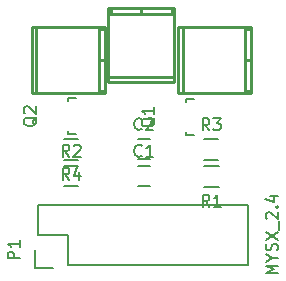
<source format=gbr>
G04 #@! TF.GenerationSoftware,KiCad,Pcbnew,no-vcs-found-7659~57~ubuntu16.10.1*
G04 #@! TF.CreationDate,2017-02-18T23:42:41+01:00*
G04 #@! TF.ProjectId,MysXLedDimmer,4D7973584C656444696D6D65722E6B69,rev?*
G04 #@! TF.FileFunction,Legend,Top*
G04 #@! TF.FilePolarity,Positive*
%FSLAX46Y46*%
G04 Gerber Fmt 4.6, Leading zero omitted, Abs format (unit mm)*
G04 Created by KiCad (PCBNEW no-vcs-found-7659~57~ubuntu16.10.1) date Sat Feb 18 23:42:41 2017*
%MOMM*%
%LPD*%
G01*
G04 APERTURE LIST*
%ADD10C,0.100000*%
%ADD11C,0.150000*%
%ADD12C,0.254000*%
G04 APERTURE END LIST*
D10*
D11*
X139969800Y-118845300D02*
X138769800Y-118845300D01*
X138769800Y-117095300D02*
X139969800Y-117095300D01*
X150631600Y-117120700D02*
X151831600Y-117120700D01*
X151831600Y-118870700D02*
X150631600Y-118870700D01*
X144991200Y-118820300D02*
X145991200Y-118820300D01*
X145991200Y-117120300D02*
X144991200Y-117120300D01*
X150618900Y-114860100D02*
X151818900Y-114860100D01*
X151818900Y-116610100D02*
X150618900Y-116610100D01*
X138769800Y-114847400D02*
X139969800Y-114847400D01*
X139969800Y-116597400D02*
X138769800Y-116597400D01*
X145991200Y-114847000D02*
X144991200Y-114847000D01*
X144991200Y-116547000D02*
X145991200Y-116547000D01*
X139062460Y-111377780D02*
X139763500Y-111377780D01*
X139062460Y-111578440D02*
X139062460Y-111377780D01*
X139062460Y-114377420D02*
X139062460Y-114128500D01*
X139763500Y-114377420D02*
X139062460Y-114377420D01*
X136283100Y-125743300D02*
X137833100Y-125743300D01*
X139103100Y-122923300D02*
X139103100Y-125463300D01*
X136563100Y-122923300D02*
X139103100Y-122923300D01*
X136283100Y-124193300D02*
X136283100Y-125743300D01*
X136563100Y-120383300D02*
X136563100Y-122923300D01*
X154343100Y-120383300D02*
X136563100Y-120383300D01*
X154343100Y-125463300D02*
X154343100Y-120383300D01*
X139103100Y-125463300D02*
X154343100Y-125463300D01*
D12*
X141716760Y-105341420D02*
X141716760Y-110939580D01*
X142214600Y-110741460D02*
X141716760Y-110741460D01*
X141716760Y-105539540D02*
X142214600Y-105539540D01*
X142214600Y-108140500D02*
X141716760Y-108140500D01*
X136415780Y-110939580D02*
X136415780Y-105341420D01*
X142214600Y-110939580D02*
X142214600Y-105341420D01*
X142214600Y-105341420D02*
X136017000Y-105341420D01*
X136017000Y-105341420D02*
X136017000Y-110939580D01*
X136017000Y-110939580D02*
X142214600Y-110939580D01*
X142488920Y-104269540D02*
X148087080Y-104269540D01*
X147888960Y-103771700D02*
X147888960Y-104269540D01*
X142687040Y-104269540D02*
X142687040Y-103771700D01*
X145288000Y-103771700D02*
X145288000Y-104269540D01*
X148087080Y-109570520D02*
X142488920Y-109570520D01*
X148087080Y-103771700D02*
X142488920Y-103771700D01*
X142488920Y-103771700D02*
X142488920Y-109969300D01*
X142488920Y-109969300D02*
X148087080Y-109969300D01*
X148087080Y-109969300D02*
X148087080Y-103771700D01*
X154086560Y-105328720D02*
X154086560Y-110926880D01*
X154584400Y-110728760D02*
X154086560Y-110728760D01*
X154086560Y-105526840D02*
X154584400Y-105526840D01*
X154584400Y-108127800D02*
X154086560Y-108127800D01*
X148785580Y-110926880D02*
X148785580Y-105328720D01*
X154584400Y-110926880D02*
X154584400Y-105328720D01*
X154584400Y-105328720D02*
X148386800Y-105328720D01*
X148386800Y-105328720D02*
X148386800Y-110926880D01*
X148386800Y-110926880D02*
X154584400Y-110926880D01*
D11*
X149745700Y-114453620D02*
X149044660Y-114453620D01*
X149044660Y-114453620D02*
X149044660Y-114204700D01*
X149044660Y-111654640D02*
X149044660Y-111453980D01*
X149044660Y-111453980D02*
X149745700Y-111453980D01*
X139203133Y-116322680D02*
X138869800Y-115846490D01*
X138631704Y-116322680D02*
X138631704Y-115322680D01*
X139012657Y-115322680D01*
X139107895Y-115370300D01*
X139155514Y-115417919D01*
X139203133Y-115513157D01*
X139203133Y-115656014D01*
X139155514Y-115751252D01*
X139107895Y-115798871D01*
X139012657Y-115846490D01*
X138631704Y-115846490D01*
X139584085Y-115417919D02*
X139631704Y-115370300D01*
X139726942Y-115322680D01*
X139965038Y-115322680D01*
X140060276Y-115370300D01*
X140107895Y-115417919D01*
X140155514Y-115513157D01*
X140155514Y-115608395D01*
X140107895Y-115751252D01*
X139536466Y-116322680D01*
X140155514Y-116322680D01*
X151064933Y-120548080D02*
X150731600Y-120071890D01*
X150493504Y-120548080D02*
X150493504Y-119548080D01*
X150874457Y-119548080D01*
X150969695Y-119595700D01*
X151017314Y-119643319D01*
X151064933Y-119738557D01*
X151064933Y-119881414D01*
X151017314Y-119976652D01*
X150969695Y-120024271D01*
X150874457Y-120071890D01*
X150493504Y-120071890D01*
X152017314Y-120548080D02*
X151445885Y-120548080D01*
X151731600Y-120548080D02*
X151731600Y-119548080D01*
X151636361Y-119690938D01*
X151541123Y-119786176D01*
X151445885Y-119833795D01*
X145324533Y-116227442D02*
X145276914Y-116275061D01*
X145134057Y-116322680D01*
X145038819Y-116322680D01*
X144895961Y-116275061D01*
X144800723Y-116179823D01*
X144753104Y-116084585D01*
X144705485Y-115894109D01*
X144705485Y-115751252D01*
X144753104Y-115560776D01*
X144800723Y-115465538D01*
X144895961Y-115370300D01*
X145038819Y-115322680D01*
X145134057Y-115322680D01*
X145276914Y-115370300D01*
X145324533Y-115417919D01*
X146276914Y-116322680D02*
X145705485Y-116322680D01*
X145991200Y-116322680D02*
X145991200Y-115322680D01*
X145895961Y-115465538D01*
X145800723Y-115560776D01*
X145705485Y-115608395D01*
X151052233Y-114087480D02*
X150718900Y-113611290D01*
X150480804Y-114087480D02*
X150480804Y-113087480D01*
X150861757Y-113087480D01*
X150956995Y-113135100D01*
X151004614Y-113182719D01*
X151052233Y-113277957D01*
X151052233Y-113420814D01*
X151004614Y-113516052D01*
X150956995Y-113563671D01*
X150861757Y-113611290D01*
X150480804Y-113611290D01*
X151385566Y-113087480D02*
X152004614Y-113087480D01*
X151671280Y-113468433D01*
X151814138Y-113468433D01*
X151909376Y-113516052D01*
X151956995Y-113563671D01*
X152004614Y-113658909D01*
X152004614Y-113897004D01*
X151956995Y-113992242D01*
X151909376Y-114039861D01*
X151814138Y-114087480D01*
X151528423Y-114087480D01*
X151433185Y-114039861D01*
X151385566Y-113992242D01*
X139203133Y-118274780D02*
X138869800Y-117798590D01*
X138631704Y-118274780D02*
X138631704Y-117274780D01*
X139012657Y-117274780D01*
X139107895Y-117322400D01*
X139155514Y-117370019D01*
X139203133Y-117465257D01*
X139203133Y-117608114D01*
X139155514Y-117703352D01*
X139107895Y-117750971D01*
X139012657Y-117798590D01*
X138631704Y-117798590D01*
X140060276Y-117608114D02*
X140060276Y-118274780D01*
X139822180Y-117227161D02*
X139584085Y-117941447D01*
X140203133Y-117941447D01*
X145324533Y-113954142D02*
X145276914Y-114001761D01*
X145134057Y-114049380D01*
X145038819Y-114049380D01*
X144895961Y-114001761D01*
X144800723Y-113906523D01*
X144753104Y-113811285D01*
X144705485Y-113620809D01*
X144705485Y-113477952D01*
X144753104Y-113287476D01*
X144800723Y-113192238D01*
X144895961Y-113097000D01*
X145038819Y-113049380D01*
X145134057Y-113049380D01*
X145276914Y-113097000D01*
X145324533Y-113144619D01*
X145705485Y-113144619D02*
X145753104Y-113097000D01*
X145848342Y-113049380D01*
X146086438Y-113049380D01*
X146181676Y-113097000D01*
X146229295Y-113144619D01*
X146276914Y-113239857D01*
X146276914Y-113335095D01*
X146229295Y-113477952D01*
X145657866Y-114049380D01*
X146276914Y-114049380D01*
X136450319Y-112972838D02*
X136402700Y-113068076D01*
X136307461Y-113163314D01*
X136164604Y-113306171D01*
X136116985Y-113401409D01*
X136116985Y-113496647D01*
X136355080Y-113449028D02*
X136307461Y-113544266D01*
X136212223Y-113639504D01*
X136021747Y-113687123D01*
X135688414Y-113687123D01*
X135497938Y-113639504D01*
X135402700Y-113544266D01*
X135355080Y-113449028D01*
X135355080Y-113258552D01*
X135402700Y-113163314D01*
X135497938Y-113068076D01*
X135688414Y-113020457D01*
X136021747Y-113020457D01*
X136212223Y-113068076D01*
X136307461Y-113163314D01*
X136355080Y-113258552D01*
X136355080Y-113449028D01*
X135450319Y-112639504D02*
X135402700Y-112591885D01*
X135355080Y-112496647D01*
X135355080Y-112258552D01*
X135402700Y-112163314D01*
X135450319Y-112115695D01*
X135545557Y-112068076D01*
X135640795Y-112068076D01*
X135783652Y-112115695D01*
X136355080Y-112687123D01*
X136355080Y-112068076D01*
X134983480Y-124931395D02*
X133983480Y-124931395D01*
X133983480Y-124550442D01*
X134031100Y-124455204D01*
X134078719Y-124407585D01*
X134173957Y-124359966D01*
X134316814Y-124359966D01*
X134412052Y-124407585D01*
X134459671Y-124455204D01*
X134507290Y-124550442D01*
X134507290Y-124931395D01*
X134983480Y-123407585D02*
X134983480Y-123979014D01*
X134983480Y-123693300D02*
X133983480Y-123693300D01*
X134126338Y-123788538D01*
X134221576Y-123883776D01*
X134269195Y-123979014D01*
X156827480Y-126209014D02*
X155827480Y-126209014D01*
X156541766Y-125875680D01*
X155827480Y-125542347D01*
X156827480Y-125542347D01*
X156351290Y-124875680D02*
X156827480Y-124875680D01*
X155827480Y-125209014D02*
X156351290Y-124875680D01*
X155827480Y-124542347D01*
X156779861Y-124256633D02*
X156827480Y-124113776D01*
X156827480Y-123875680D01*
X156779861Y-123780442D01*
X156732242Y-123732823D01*
X156637004Y-123685204D01*
X156541766Y-123685204D01*
X156446528Y-123732823D01*
X156398909Y-123780442D01*
X156351290Y-123875680D01*
X156303671Y-124066157D01*
X156256052Y-124161395D01*
X156208433Y-124209014D01*
X156113195Y-124256633D01*
X156017957Y-124256633D01*
X155922719Y-124209014D01*
X155875100Y-124161395D01*
X155827480Y-124066157D01*
X155827480Y-123828061D01*
X155875100Y-123685204D01*
X155827480Y-123351871D02*
X156827480Y-122685204D01*
X155827480Y-122685204D02*
X156827480Y-123351871D01*
X156922719Y-122542347D02*
X156922719Y-121780442D01*
X155922719Y-121589966D02*
X155875100Y-121542347D01*
X155827480Y-121447109D01*
X155827480Y-121209014D01*
X155875100Y-121113776D01*
X155922719Y-121066157D01*
X156017957Y-121018538D01*
X156113195Y-121018538D01*
X156256052Y-121066157D01*
X156827480Y-121637585D01*
X156827480Y-121018538D01*
X156732242Y-120589966D02*
X156779861Y-120542347D01*
X156827480Y-120589966D01*
X156779861Y-120637585D01*
X156732242Y-120589966D01*
X156827480Y-120589966D01*
X156160814Y-119685204D02*
X156827480Y-119685204D01*
X155779861Y-119923300D02*
X156494147Y-120161395D01*
X156494147Y-119542347D01*
X146432519Y-113049038D02*
X146384900Y-113144276D01*
X146289661Y-113239514D01*
X146146804Y-113382371D01*
X146099185Y-113477609D01*
X146099185Y-113572847D01*
X146337280Y-113525228D02*
X146289661Y-113620466D01*
X146194423Y-113715704D01*
X146003947Y-113763323D01*
X145670614Y-113763323D01*
X145480138Y-113715704D01*
X145384900Y-113620466D01*
X145337280Y-113525228D01*
X145337280Y-113334752D01*
X145384900Y-113239514D01*
X145480138Y-113144276D01*
X145670614Y-113096657D01*
X146003947Y-113096657D01*
X146194423Y-113144276D01*
X146289661Y-113239514D01*
X146337280Y-113334752D01*
X146337280Y-113525228D01*
X146337280Y-112144276D02*
X146337280Y-112715704D01*
X146337280Y-112429990D02*
X145337280Y-112429990D01*
X145480138Y-112525228D01*
X145575376Y-112620466D01*
X145622995Y-112715704D01*
M02*

</source>
